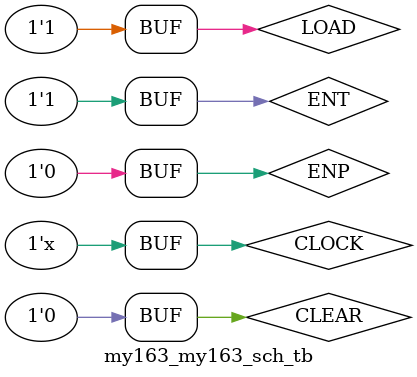
<source format=v>

`timescale 1ns / 1ps

module my163_my163_sch_tb();

// Inputs
   reg CLOCK;
   reg DATAB;
   reg LOAD;
   reg CLEAR;
   reg ENP;
   reg ENT;
   reg DATAA;
   reg DATAC;
   reg DATAD;

// Output
   wire QC;
   wire QA;
   wire QB;
   wire QD;
   wire C;

// Bidirs

// Instantiate the UUT
   my163 UUT (
		.CLOCK(CLOCK), 
		.DATAB(DATAB), 
		.LOAD(LOAD), 
		.CLEAR(CLEAR), 
		.ENP(ENP), 
		.ENT(ENT), 
		.DATAA(DATAA), 
		.QC(QC), 
		.DATAC(DATAC), 
		.DATAD(DATAD), 
		.QA(QA), 
		.QB(QB), 
		.QD(QD), 
		.C(C)
   );
// Initialize Inputs
	always begin
		#10 CLOCK <= ~CLOCK;
	end
	initial begin
		// Initialize Inputs
		CLOCK = 0;
		// Wait 100 ns for global reset to finish
		// Add stimulus here
		#100
		CLEAR = 0; //clear
		#100
		CLEAR = 1; //pre
		LOAD = 0;
		#100
		CLEAR = 1; //count
		LOAD = 1;
		ENP = 1;
		ENT = 1;
		#100
		CLEAR = 1; //hold
		LOAD = 1;
		ENP = 0;
		#100
		CLEAR = 0; //clear
		
    end
endmodule

</source>
